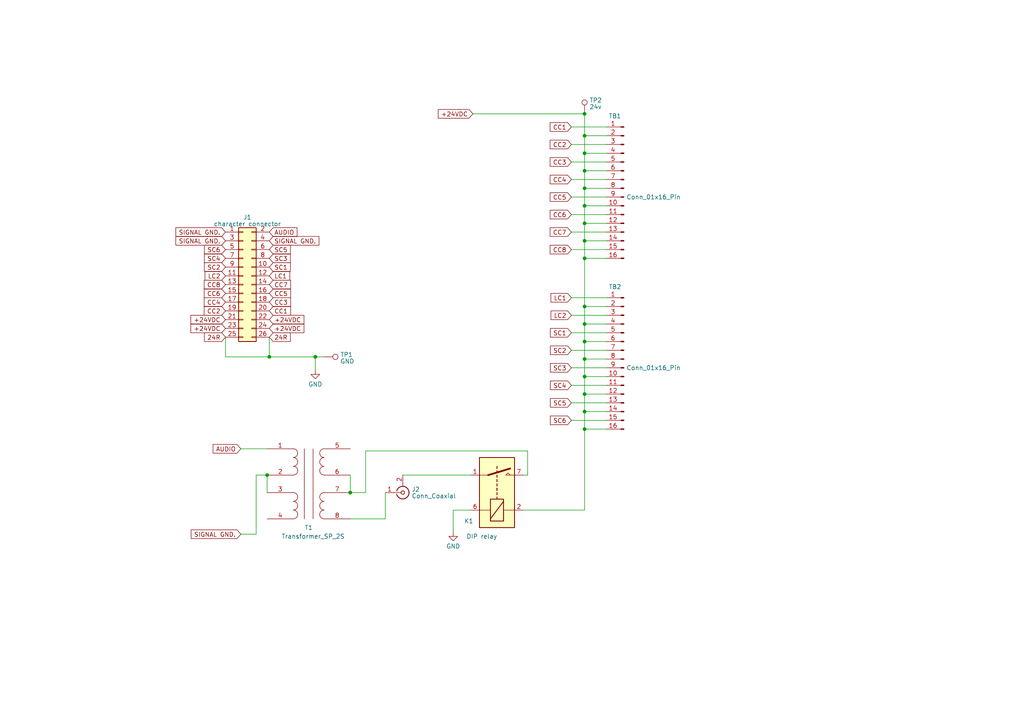
<source format=kicad_sch>
(kicad_sch (version 20230121) (generator eeschema)
  (paper "A4")
  (lib_symbols
    (symbol "Connector:Conn_01x16_Pin" (pin_names (offset 1.016) hide)
      (property "Reference" "J" (at 0 20.32 0))
      (property "Value" "Conn_01x16_Pin" (at 0 -22.86 0))
      (symbol "Conn_01x16_Pin_1_1"
        (polyline (pts (xy 1.27 -20.32) (xy 0.8636 -20.32)) (stroke (width 0.1524)))
        (polyline (pts (xy 1.27 -17.78) (xy 0.8636 -17.78)) (stroke (width 0.1524)))
        (polyline (pts (xy 1.27 -15.24) (xy 0.8636 -15.24)) (stroke (width 0.1524)))
        (polyline (pts (xy 1.27 -12.7) (xy 0.8636 -12.7)) (stroke (width 0.1524)))
        (polyline (pts (xy 1.27 -10.16) (xy 0.8636 -10.16)) (stroke (width 0.1524)))
        (polyline (pts (xy 1.27 -7.62) (xy 0.8636 -7.62)) (stroke (width 0.1524)))
        (polyline (pts (xy 1.27 -5.08) (xy 0.8636 -5.08)) (stroke (width 0.1524)))
        (polyline (pts (xy 1.27 -2.54) (xy 0.8636 -2.54)) (stroke (width 0.1524)))
        (polyline (pts (xy 1.27 0) (xy 0.8636 0)) (stroke (width 0.1524)))
        (polyline (pts (xy 1.27 2.54) (xy 0.8636 2.54)) (stroke (width 0.1524)))
        (polyline (pts (xy 1.27 5.08) (xy 0.8636 5.08)) (stroke (width 0.1524)))
        (polyline (pts (xy 1.27 7.62) (xy 0.8636 7.62)) (stroke (width 0.1524)))
        (polyline (pts (xy 1.27 10.16) (xy 0.8636 10.16)) (stroke (width 0.1524)))
        (polyline (pts (xy 1.27 12.7) (xy 0.8636 12.7)) (stroke (width 0.1524)))
        (polyline (pts (xy 1.27 15.24) (xy 0.8636 15.24)) (stroke (width 0.1524)))
        (polyline (pts (xy 1.27 17.78) (xy 0.8636 17.78)) (stroke (width 0.1524)))
        (rectangle (start 0.8636 -20.193) (end 0 -20.447) (stroke (width 0.1524)) (fill (type outline)))
        (rectangle (start 0.8636 -17.653) (end 0 -17.907) (stroke (width 0.1524)) (fill (type outline)))
        (rectangle (start 0.8636 -15.113) (end 0 -15.367) (stroke (width 0.1524)) (fill (type outline)))
        (rectangle (start 0.8636 -12.573) (end 0 -12.827) (stroke (width 0.1524)) (fill (type outline)))
        (rectangle (start 0.8636 -10.033) (end 0 -10.287) (stroke (width 0.1524)) (fill (type outline)))
        (rectangle (start 0.8636 -7.493) (end 0 -7.747) (stroke (width 0.1524)) (fill (type outline)))
        (rectangle (start 0.8636 -4.953) (end 0 -5.207) (stroke (width 0.1524)) (fill (type outline)))
        (rectangle (start 0.8636 -2.413) (end 0 -2.667) (stroke (width 0.1524)) (fill (type outline)))
        (rectangle (start 0.8636 0.127) (end 0 -0.127) (stroke (width 0.1524)) (fill (type outline)))
        (rectangle (start 0.8636 2.667) (end 0 2.413) (stroke (width 0.1524)) (fill (type outline)))
        (rectangle (start 0.8636 5.207) (end 0 4.953) (stroke (width 0.1524)) (fill (type outline)))
        (rectangle (start 0.8636 7.747) (end 0 7.493) (stroke (width 0.1524)) (fill (type outline)))
        (rectangle (start 0.8636 10.287) (end 0 10.033) (stroke (width 0.1524)) (fill (type outline)))
        (rectangle (start 0.8636 12.827) (end 0 12.573) (stroke (width 0.1524)) (fill (type outline)))
        (rectangle (start 0.8636 15.367) (end 0 15.113) (stroke (width 0.1524)) (fill (type outline)))
        (rectangle (start 0.8636 17.907) (end 0 17.653) (stroke (width 0.1524)) (fill (type outline)))
        (pin passive line (at 5.08 17.78 180) (length 3.81) (name "Pin_1") (number "1"))
        (pin passive line (at 5.08 -5.08 180) (length 3.81) (name "Pin_10") (number "10"))
        (pin passive line (at 5.08 -7.62 180) (length 3.81) (name "Pin_11") (number "11"))
        (pin passive line (at 5.08 -10.16 180) (length 3.81) (name "Pin_12") (number "12"))
        (pin passive line (at 5.08 -12.7 180) (length 3.81) (name "Pin_13") (number "13"))
        (pin passive line (at 5.08 -15.24 180) (length 3.81) (name "Pin_14") (number "14"))
        (pin passive line (at 5.08 -17.78 180) (length 3.81) (name "Pin_15") (number "15"))
        (pin passive line (at 5.08 -20.32 180) (length 3.81) (name "Pin_16") (number "16"))
        (pin passive line (at 5.08 15.24 180) (length 3.81) (name "Pin_2") (number "2"))
        (pin passive line (at 5.08 12.7 180) (length 3.81) (name "Pin_3") (number "3"))
        (pin passive line (at 5.08 10.16 180) (length 3.81) (name "Pin_4") (number "4"))
        (pin passive line (at 5.08 7.62 180) (length 3.81) (name "Pin_5") (number "5"))
        (pin passive line (at 5.08 5.08 180) (length 3.81) (name "Pin_6") (number "6"))
        (pin passive line (at 5.08 2.54 180) (length 3.81) (name "Pin_7") (number "7"))
        (pin passive line (at 5.08 0 180) (length 3.81) (name "Pin_8") (number "8"))
        (pin passive line (at 5.08 -2.54 180) (length 3.81) (name "Pin_9") (number "9"))
      )
    )
    (symbol "Connector:Conn_Coaxial" (pin_names (offset 1.016) hide)
      (property "Reference" "J" (at 0.254 3.048 0))
      (property "Value" "Conn_Coaxial" (at 2.921 0 90))
      (symbol "Conn_Coaxial_0_1"
        (arc (start -1.778 -0.508) (mid 0.2311 -1.8066) (end 1.778 0) (stroke (width 0.254)))
        (polyline (pts (xy -2.54 0) (xy -0.508 0)))
        (polyline (pts (xy 0 -2.54) (xy 0 -1.778)))
        (circle (center 0 0) (radius 0.508) (stroke (width 0.2032)))
        (arc (start 1.778 0) (mid 0.2099 1.8101) (end -1.778 0.508) (stroke (width 0.254)))
      )
      (symbol "Conn_Coaxial_1_1"
        (pin passive line (at -5.08 0 0) (length 2.54) (name "In") (number "1"))
        (pin passive line (at 0 -5.08 90) (length 2.54) (name "Ext") (number "2"))
      )
    )
    (symbol "Connector:TestPoint" (pin_numbers hide) (pin_names (offset 0.762) hide)
      (property "Reference" "TP" (at 0 6.858 0))
      (property "Value" "TestPoint" (at 0 5.08 0))
      (symbol "TestPoint_0_1"
        (circle (center 0 3.302) (radius 0.762))
      )
      (symbol "TestPoint_1_1"
        (pin passive line (at 0 0 90) (length 2.54) (name "1") (number "1"))
      )
    )
    (symbol "Connector_Generic:Conn_02x13_Odd_Even" (pin_names (offset 1.016) hide)
      (property "Reference" "J" (at 1.27 17.78 0))
      (property "Value" "Conn_02x13_Odd_Even" (at 1.27 -17.78 0))
      (symbol "Conn_02x13_Odd_Even_1_1"
        (rectangle (start -1.27 -15.113) (end 0 -15.367) (stroke (width 0.1524)))
        (rectangle (start -1.27 -12.573) (end 0 -12.827) (stroke (width 0.1524)))
        (rectangle (start -1.27 -10.033) (end 0 -10.287) (stroke (width 0.1524)))
        (rectangle (start -1.27 -7.493) (end 0 -7.747) (stroke (width 0.1524)))
        (rectangle (start -1.27 -4.953) (end 0 -5.207) (stroke (width 0.1524)))
        (rectangle (start -1.27 -2.413) (end 0 -2.667) (stroke (width 0.1524)))
        (rectangle (start -1.27 0.127) (end 0 -0.127) (stroke (width 0.1524)))
        (rectangle (start -1.27 2.667) (end 0 2.413) (stroke (width 0.1524)))
        (rectangle (start -1.27 5.207) (end 0 4.953) (stroke (width 0.1524)))
        (rectangle (start -1.27 7.747) (end 0 7.493) (stroke (width 0.1524)))
        (rectangle (start -1.27 10.287) (end 0 10.033) (stroke (width 0.1524)))
        (rectangle (start -1.27 12.827) (end 0 12.573) (stroke (width 0.1524)))
        (rectangle (start -1.27 15.367) (end 0 15.113) (stroke (width 0.1524)))
        (rectangle (start -1.27 16.51) (end 3.81 -16.51) (stroke (width 0.254)) (fill (type background)))
        (rectangle (start 3.81 -15.113) (end 2.54 -15.367) (stroke (width 0.1524)))
        (rectangle (start 3.81 -12.573) (end 2.54 -12.827) (stroke (width 0.1524)))
        (rectangle (start 3.81 -10.033) (end 2.54 -10.287) (stroke (width 0.1524)))
        (rectangle (start 3.81 -7.493) (end 2.54 -7.747) (stroke (width 0.1524)))
        (rectangle (start 3.81 -4.953) (end 2.54 -5.207) (stroke (width 0.1524)))
        (rectangle (start 3.81 -2.413) (end 2.54 -2.667) (stroke (width 0.1524)))
        (rectangle (start 3.81 0.127) (end 2.54 -0.127) (stroke (width 0.1524)))
        (rectangle (start 3.81 2.667) (end 2.54 2.413) (stroke (width 0.1524)))
        (rectangle (start 3.81 5.207) (end 2.54 4.953) (stroke (width 0.1524)))
        (rectangle (start 3.81 7.747) (end 2.54 7.493) (stroke (width 0.1524)))
        (rectangle (start 3.81 10.287) (end 2.54 10.033) (stroke (width 0.1524)))
        (rectangle (start 3.81 12.827) (end 2.54 12.573) (stroke (width 0.1524)))
        (rectangle (start 3.81 15.367) (end 2.54 15.113) (stroke (width 0.1524)))
        (pin passive line (at -5.08 15.24 0) (length 3.81) (name "Pin_1") (number "1"))
        (pin passive line (at 7.62 5.08 180) (length 3.81) (name "Pin_10") (number "10"))
        (pin passive line (at -5.08 2.54 0) (length 3.81) (name "Pin_11") (number "11"))
        (pin passive line (at 7.62 2.54 180) (length 3.81) (name "Pin_12") (number "12"))
        (pin passive line (at -5.08 0 0) (length 3.81) (name "Pin_13") (number "13"))
        (pin passive line (at 7.62 0 180) (length 3.81) (name "Pin_14") (number "14"))
        (pin passive line (at -5.08 -2.54 0) (length 3.81) (name "Pin_15") (number "15"))
        (pin passive line (at 7.62 -2.54 180) (length 3.81) (name "Pin_16") (number "16"))
        (pin passive line (at -5.08 -5.08 0) (length 3.81) (name "Pin_17") (number "17"))
        (pin passive line (at 7.62 -5.08 180) (length 3.81) (name "Pin_18") (number "18"))
        (pin passive line (at -5.08 -7.62 0) (length 3.81) (name "Pin_19") (number "19"))
        (pin passive line (at 7.62 15.24 180) (length 3.81) (name "Pin_2") (number "2"))
        (pin passive line (at 7.62 -7.62 180) (length 3.81) (name "Pin_20") (number "20"))
        (pin passive line (at -5.08 -10.16 0) (length 3.81) (name "Pin_21") (number "21"))
        (pin passive line (at 7.62 -10.16 180) (length 3.81) (name "Pin_22") (number "22"))
        (pin passive line (at -5.08 -12.7 0) (length 3.81) (name "Pin_23") (number "23"))
        (pin passive line (at 7.62 -12.7 180) (length 3.81) (name "Pin_24") (number "24"))
        (pin passive line (at -5.08 -15.24 0) (length 3.81) (name "Pin_25") (number "25"))
        (pin passive line (at 7.62 -15.24 180) (length 3.81) (name "Pin_26") (number "26"))
        (pin passive line (at -5.08 12.7 0) (length 3.81) (name "Pin_3") (number "3"))
        (pin passive line (at 7.62 12.7 180) (length 3.81) (name "Pin_4") (number "4"))
        (pin passive line (at -5.08 10.16 0) (length 3.81) (name "Pin_5") (number "5"))
        (pin passive line (at 7.62 10.16 180) (length 3.81) (name "Pin_6") (number "6"))
        (pin passive line (at -5.08 7.62 0) (length 3.81) (name "Pin_7") (number "7"))
        (pin passive line (at 7.62 7.62 180) (length 3.81) (name "Pin_8") (number "8"))
        (pin passive line (at -5.08 5.08 0) (length 3.81) (name "Pin_9") (number "9"))
      )
    )
    (symbol "Device:Transformer_SP_2S" (pin_names (offset 1.016) hide)
      (property "Reference" "T1" (at 0 -12.7 0))
      (property "Value" "Transformer_SP_2S" (at 0 15.875 0))
      (symbol "Transformer_SP_2S_0_1"
        (arc (start -4.445 -10.1346) (mid -3.5649 -9.7701) (end -3.2004 -8.89))
        (arc (start -4.445 -7.5946) (mid -3.5649 -7.2301) (end -3.2004 -6.35))
        (arc (start -4.445 -5.0546) (mid -3.5649 -4.6901) (end -3.2004 -3.81))
        (arc (start -4.445 2.5654) (mid -3.5649 2.9299) (end -3.2004 3.81))
        (arc (start -4.445 5.1054) (mid -3.5649 5.4699) (end -3.2004 6.35))
        (arc (start -4.445 7.6454) (mid -3.5649 8.0099) (end -3.2004 8.89))
        (arc (start -3.2004 -8.89) (mid -3.5507 -7.9883) (end -4.445 -7.62))
        (arc (start -3.2004 -6.35) (mid -3.5507 -5.4483) (end -4.445 -5.08))
        (arc (start -3.2004 -3.81) (mid -3.5507 -2.9083) (end -4.445 -2.54))
        (arc (start -3.2004 3.81) (mid -3.5507 4.7117) (end -4.445 5.08))
        (arc (start -3.2004 6.35) (mid -3.5507 7.2517) (end -4.445 7.62))
        (arc (start -3.2004 8.89) (mid -3.5507 9.7917) (end -4.445 10.16))
        (polyline (pts (xy -1.27 -10.16) (xy -1.27 10.16)))
        (polyline (pts (xy 1.27 10.16) (xy 1.27 -10.16)))
        (arc (start 3.2004 -8.89) (mid 3.5649 -9.7701) (end 4.445 -10.1346))
        (arc (start 3.2004 -6.35) (mid 3.5649 -7.2301) (end 4.445 -7.5946))
        (arc (start 3.2004 -3.81) (mid 3.5649 -4.6901) (end 4.445 -5.0546))
        (arc (start 3.2004 3.81) (mid 3.5649 2.9299) (end 4.445 2.5654))
        (arc (start 3.2004 6.35) (mid 3.5649 5.4699) (end 4.445 5.1054))
        (arc (start 3.2004 8.89) (mid 3.5649 8.0099) (end 4.445 7.6454))
        (arc (start 4.445 -7.62) (mid 3.5508 -7.9885) (end 3.2004 -8.89))
        (arc (start 4.445 -5.08) (mid 3.5508 -5.4485) (end 3.2004 -6.35))
        (arc (start 4.445 -2.54) (mid 3.5508 -2.9085) (end 3.2004 -3.81))
        (arc (start 4.445 5.08) (mid 3.5508 4.7115) (end 3.2004 3.81))
        (arc (start 4.445 7.62) (mid 3.5508 7.2515) (end 3.2004 6.35))
        (arc (start 4.445 10.16) (mid 3.5508 9.7915) (end 3.2004 8.89))
      )
      (symbol "Transformer_SP_2S_1_1"
        (pin passive line (at -12.065 10.16 0) (length 7.62) (name "~") (number "1"))
        (pin passive line (at -12.065 2.54 0) (length 7.62) (name "~") (number "2"))
        (pin passive line (at -12.065 -2.54 0) (length 7.62) (name "~") (number "3"))
        (pin passive line (at -12.065 -10.16 0) (length 7.62) (name "~") (number "4"))
        (pin passive line (at 12.065 10.16 180) (length 7.62) (name "~") (number "5"))
        (pin passive line (at 12.065 2.54 180) (length 7.62) (name "~") (number "6"))
        (pin passive line (at 12.065 -2.54 180) (length 7.62) (name "~") (number "7"))
        (pin passive line (at 12.065 -10.16 180) (length 7.62) (name "~") (number "8"))
      )
    )
    (symbol "Relay:ADW11"
      (property "Reference" "K1" (at 0.0087 9.652 90))
      (property "Value" "DIP relay" (at -1.9123 9.652 90))
      (symbol "ADW11_1_1"
        (rectangle (start -5.715 8.89) (end 4.445 -11.43) (stroke (width 0.254)) (fill (type background)))
        (rectangle (start -2.54 -3.175) (end 1.27 -9.525) (stroke (width 0.254)))
        (polyline (pts (xy -5.715 -6.35) (xy -2.54 -6.35)))
        (polyline (pts (xy -3.175 3.81) (xy -5.715 3.81)))
        (polyline (pts (xy -3.175 3.81) (xy 3.175 5.715)) (stroke (width 0.508)))
        (polyline (pts (xy -2.54 -8.89) (xy 1.27 -3.81)) (stroke (width 0.254)))
        (polyline (pts (xy -0.635 -3.175) (xy -0.635 -2.54)) (stroke (width 0.254)))
        (polyline (pts (xy -0.635 -1.905) (xy -0.635 -1.27)) (stroke (width 0.254)))
        (polyline (pts (xy -0.635 -0.635) (xy -0.635 0)) (stroke (width 0.254)))
        (polyline (pts (xy -0.635 -0.635) (xy -0.635 0)) (stroke (width 0.254)))
        (polyline (pts (xy -0.635 0.635) (xy -0.635 1.27)) (stroke (width 0.254)))
        (polyline (pts (xy -0.635 1.905) (xy -0.635 2.54)) (stroke (width 0.254)))
        (polyline (pts (xy -0.635 3.175) (xy -0.635 3.81)) (stroke (width 0.254)))
        (polyline (pts (xy -0.635 4.445) (xy -0.635 5.08)) (stroke (width 0.254)))
        (polyline (pts (xy -0.635 5.715) (xy -0.635 6.35)) (stroke (width 0.254)))
        (polyline (pts (xy 3.175 3.81) (xy 4.445 3.81)))
        (polyline (pts (xy 4.445 -6.35) (xy 1.27 -6.35)))
        (polyline (pts (xy 3.175 3.81) (xy 1.905 3.81) (xy 2.54 4.445) (xy 3.175 3.81)))
        (pin passive line (at -8.255 3.81 0) (length 2.54) (name "~") (number "1"))
        (pin passive line (at 6.985 -6.35 180) (length 2.54) (name "~") (number "2"))
        (pin passive line (at -8.255 -6.35 0) (length 2.54) (name "~") (number "6"))
        (pin passive line (at 6.985 3.81 180) (length 2.54) (name "~") (number "7"))
      )
    )
    (symbol "power:GND" (power) (pin_names (offset 0))
      (property "Value" "GND" (at 0 -3.81 0))
      (symbol "GND_0_1"
        (polyline (pts (xy 0 0) (xy 0 -1.27) (xy 1.27 -1.27) (xy 0 -2.54) (xy -1.27 -1.27) (xy 0 -1.27)))
      )
      (symbol "GND_1_1"
        (pin power_in line (at 0 0 270) (length 0) hide (name "GND") (number "1"))
      )
    )
  )
  (junction (at 169.545 109.22))
  (junction (at 169.545 54.61))
  (junction (at 169.545 33.02))
  (junction (at 169.545 124.46))
  (junction (at 169.545 59.69))
  (junction (at 77.47 137.795))
  (junction (at 169.545 44.45))
  (junction (at 169.545 39.37))
  (junction (at 169.545 119.38))
  (junction (at 169.545 69.85))
  (junction (at 169.545 88.9))
  (junction (at 78.105 103.505))
  (junction (at 169.545 114.3))
  (junction (at 169.545 64.77))
  (junction (at 169.545 99.06))
  (junction (at 91.44 103.505))
  (junction (at 169.545 104.14))
  (junction (at 169.545 74.93))
  (junction (at 169.545 49.53))
  (junction (at 169.545 93.98))
  (junction (at 101.6 142.875))
  (wire (pts (xy 169.545 124.46) (xy 169.545 147.955)))
  (wire (pts (xy 169.545 88.9) (xy 175.895 88.9)))
  (wire (pts (xy 169.545 74.93) (xy 169.545 88.9)))
  (wire (pts (xy 169.545 147.955) (xy 151.765 147.955)))
  (wire (pts (xy 169.545 49.53) (xy 169.545 54.61)))
  (wire (pts (xy 77.47 137.795) (xy 77.47 142.875)))
  (wire (pts (xy 169.545 59.69) (xy 169.545 64.77)))
  (wire (pts (xy 101.6 142.875) (xy 106.045 142.875)))
  (wire (pts (xy 169.545 44.45) (xy 175.895 44.45)))
  (wire (pts (xy 169.545 119.38) (xy 175.895 119.38)))
  (wire (pts (xy 69.85 154.94) (xy 74.295 154.94)))
  (wire (pts (xy 101.6 137.795) (xy 101.6 142.875)))
  (wire (pts (xy 169.545 64.77) (xy 175.895 64.77)))
  (wire (pts (xy 165.735 91.44) (xy 175.895 91.44)))
  (wire (pts (xy 175.895 104.14) (xy 169.545 104.14)))
  (wire (pts (xy 169.545 74.93) (xy 175.895 74.93)))
  (wire (pts (xy 106.045 142.875) (xy 106.045 130.81)))
  (wire (pts (xy 131.445 147.955) (xy 131.445 154.305)))
  (wire (pts (xy 165.735 106.68) (xy 175.895 106.68)))
  (wire (pts (xy 169.545 69.85) (xy 169.545 74.93)))
  (wire (pts (xy 175.895 114.3) (xy 169.545 114.3)))
  (wire (pts (xy 65.405 103.505) (xy 65.405 97.79)))
  (wire (pts (xy 165.735 67.31) (xy 175.895 67.31)))
  (wire (pts (xy 165.735 96.52) (xy 175.895 96.52)))
  (wire (pts (xy 169.545 69.85) (xy 175.895 69.85)))
  (wire (pts (xy 169.545 124.46) (xy 175.895 124.46)))
  (wire (pts (xy 169.545 99.06) (xy 175.895 99.06)))
  (wire (pts (xy 169.545 119.38) (xy 169.545 124.46)))
  (wire (pts (xy 169.545 54.61) (xy 175.895 54.61)))
  (wire (pts (xy 77.47 137.795) (xy 74.295 137.795)))
  (wire (pts (xy 153.035 137.795) (xy 153.035 130.81)))
  (wire (pts (xy 165.735 57.15) (xy 175.895 57.15)))
  (wire (pts (xy 165.735 111.76) (xy 175.895 111.76)))
  (wire (pts (xy 169.545 44.45) (xy 169.545 49.53)))
  (wire (pts (xy 78.105 103.505) (xy 91.44 103.505)))
  (wire (pts (xy 169.545 88.9) (xy 169.545 93.98)))
  (wire (pts (xy 169.545 39.37) (xy 175.895 39.37)))
  (wire (pts (xy 151.765 137.795) (xy 153.035 137.795)))
  (wire (pts (xy 165.735 116.84) (xy 175.895 116.84)))
  (wire (pts (xy 74.295 137.795) (xy 74.295 154.94)))
  (wire (pts (xy 111.76 150.495) (xy 101.6 150.495)))
  (wire (pts (xy 165.735 36.83) (xy 175.895 36.83)))
  (wire (pts (xy 78.105 103.505) (xy 65.405 103.505)))
  (wire (pts (xy 165.735 41.91) (xy 175.895 41.91)))
  (wire (pts (xy 169.545 104.14) (xy 169.545 109.22)))
  (wire (pts (xy 169.545 39.37) (xy 169.545 44.45)))
  (wire (pts (xy 91.44 107.315) (xy 91.44 103.505)))
  (wire (pts (xy 165.735 86.36) (xy 175.895 86.36)))
  (wire (pts (xy 165.735 121.92) (xy 175.895 121.92)))
  (wire (pts (xy 169.545 109.22) (xy 169.545 114.3)))
  (wire (pts (xy 106.045 130.81) (xy 153.035 130.81)))
  (wire (pts (xy 165.735 52.07) (xy 175.895 52.07)))
  (wire (pts (xy 136.525 147.955) (xy 131.445 147.955)))
  (wire (pts (xy 169.545 49.53) (xy 175.895 49.53)))
  (wire (pts (xy 111.76 142.875) (xy 111.76 150.495)))
  (wire (pts (xy 169.545 109.22) (xy 175.895 109.22)))
  (wire (pts (xy 169.545 59.69) (xy 175.895 59.69)))
  (wire (pts (xy 165.735 62.23) (xy 175.895 62.23)))
  (wire (pts (xy 169.545 93.98) (xy 169.545 99.06)))
  (wire (pts (xy 165.735 101.6) (xy 175.895 101.6)))
  (wire (pts (xy 169.545 64.77) (xy 169.545 69.85)))
  (wire (pts (xy 169.545 33.02) (xy 169.545 39.37)))
  (wire (pts (xy 165.735 72.39) (xy 175.895 72.39)))
  (wire (pts (xy 91.44 103.505) (xy 93.98 103.505)))
  (wire (pts (xy 137.16 33.02) (xy 169.545 33.02)))
  (wire (pts (xy 169.545 114.3) (xy 169.545 119.38)))
  (wire (pts (xy 78.105 103.505) (xy 78.105 97.79)))
  (wire (pts (xy 165.735 46.99) (xy 175.895 46.99)))
  (wire (pts (xy 169.545 99.06) (xy 169.545 104.14)))
  (wire (pts (xy 69.85 130.175) (xy 77.47 130.175)))
  (wire (pts (xy 169.545 54.61) (xy 169.545 59.69)))
  (wire (pts (xy 116.84 137.795) (xy 136.525 137.795)))
  (wire (pts (xy 169.545 93.98) (xy 175.895 93.98)))
  (global_label "24R" (shape input) (at 78.105 97.79 0) (property "Intersheetrefs" "${INTERSHEET_REFS}" (effects hide)))
  (global_label "SC1" (shape input) (at 165.735 96.52 180) (property "Intersheetrefs" "${INTERSHEET_REFS}" (effects hide)))
  (global_label "SC6" (shape input) (at 165.735 121.92 180) (property "Intersheetrefs" "${INTERSHEET_REFS}" (effects hide)))
  (global_label "CC5" (shape input) (at 165.735 57.15 180) (property "Intersheetrefs" "${INTERSHEET_REFS}" (effects hide)))
  (global_label "SC6" (shape input) (at 65.405 72.39 180) (property "Intersheetrefs" "${INTERSHEET_REFS}" (effects hide)))
  (global_label "SC4" (shape input) (at 65.405 74.93 180) (property "Intersheetrefs" "${INTERSHEET_REFS}" (effects hide)))
  (global_label "SC5" (shape input) (at 165.735 116.84 180) (property "Intersheetrefs" "${INTERSHEET_REFS}" (effects hide)))
  (global_label "LC2" (shape input) (at 65.405 80.01 180) (property "Intersheetrefs" "${INTERSHEET_REFS}" (effects hide)))
  (global_label "SIGNAL GND." (shape input) (at 78.105 69.85 0) (property "Intersheetrefs" "${INTERSHEET_REFS}" (effects hide)))
  (global_label "24R" (shape input) (at 65.405 97.79 180) (property "Intersheetrefs" "${INTERSHEET_REFS}" (effects hide)))
  (global_label "+24VDC" (shape input) (at 78.105 95.25 0) (property "Intersheetrefs" "${INTERSHEET_REFS}" (effects hide)))
  (global_label "LC1" (shape input) (at 165.735 86.36 180) (property "Intersheetrefs" "${INTERSHEET_REFS}" (effects hide)))
  (global_label "CC4" (shape input) (at 65.405 87.63 180) (property "Intersheetrefs" "${INTERSHEET_REFS}" (effects hide)))
  (global_label "+24VDC" (shape input) (at 65.405 95.25 180) (property "Intersheetrefs" "${INTERSHEET_REFS}" (effects hide)))
  (global_label "+24VDC" (shape input) (at 65.405 92.71 180) (property "Intersheetrefs" "${INTERSHEET_REFS}" (effects hide)))
  (global_label "CC6" (shape input) (at 65.405 85.09 180) (property "Intersheetrefs" "${INTERSHEET_REFS}" (effects hide)))
  (global_label "SC1" (shape input) (at 78.105 77.47 0) (property "Intersheetrefs" "${INTERSHEET_REFS}" (effects hide)))
  (global_label "SC4" (shape input) (at 165.735 111.76 180) (property "Intersheetrefs" "${INTERSHEET_REFS}" (effects hide)))
  (global_label "LC2" (shape input) (at 165.735 91.44 180) (property "Intersheetrefs" "${INTERSHEET_REFS}" (effects hide)))
  (global_label "+24VDC" (shape input) (at 78.105 92.71 0) (property "Intersheetrefs" "${INTERSHEET_REFS}" (effects hide)))
  (global_label "SIGNAL GND." (shape input) (at 65.405 69.85 180) (property "Intersheetrefs" "${INTERSHEET_REFS}" (effects hide)))
  (global_label "CC5" (shape input) (at 78.105 85.09 0) (property "Intersheetrefs" "${INTERSHEET_REFS}" (effects hide)))
  (global_label "AUDIO" (shape input) (at 78.105 67.31 0) (property "Intersheetrefs" "${INTERSHEET_REFS}" (effects hide)))
  (global_label "CC4" (shape input) (at 165.735 52.07 180) (property "Intersheetrefs" "${INTERSHEET_REFS}" (effects hide)))
  (global_label "CC7" (shape input) (at 78.105 82.55 0) (property "Intersheetrefs" "${INTERSHEET_REFS}" (effects hide)))
  (global_label "AUDIO" (shape input) (at 69.85 130.175 180) (property "Intersheetrefs" "${INTERSHEET_REFS}" (effects hide)))
  (global_label "SC3" (shape input) (at 165.735 106.68 180) (property "Intersheetrefs" "${INTERSHEET_REFS}" (effects hide)))
  (global_label "+24VDC" (shape input) (at 137.16 33.02 180) (property "Intersheetrefs" "${INTERSHEET_REFS}" (effects hide)))
  (global_label "CC1" (shape input) (at 78.105 90.17 0) (property "Intersheetrefs" "${INTERSHEET_REFS}" (effects hide)))
  (global_label "CC2" (shape input) (at 65.405 90.17 180) (property "Intersheetrefs" "${INTERSHEET_REFS}" (effects hide)))
  (global_label "SC2" (shape input) (at 65.405 77.47 180) (property "Intersheetrefs" "${INTERSHEET_REFS}" (effects hide)))
  (global_label "SIGNAL GND." (shape input) (at 69.85 154.94 180) (property "Intersheetrefs" "${INTERSHEET_REFS}" (effects hide)))
  (global_label "CC3" (shape input) (at 165.735 46.99 180) (property "Intersheetrefs" "${INTERSHEET_REFS}" (effects hide)))
  (global_label "CC6" (shape input) (at 165.735 62.23 180) (property "Intersheetrefs" "${INTERSHEET_REFS}" (effects hide)))
  (global_label "SC2" (shape input) (at 165.735 101.6 180) (property "Intersheetrefs" "${INTERSHEET_REFS}" (effects hide)))
  (global_label "CC2" (shape input) (at 165.735 41.91 180) (property "Intersheetrefs" "${INTERSHEET_REFS}" (effects hide)))
  (global_label "CC8" (shape input) (at 65.405 82.55 180) (property "Intersheetrefs" "${INTERSHEET_REFS}" (effects hide)))
  (global_label "CC7" (shape input) (at 165.735 67.31 180) (property "Intersheetrefs" "${INTERSHEET_REFS}" (effects hide)))
  (global_label "SIGNAL GND." (shape input) (at 65.405 67.31 180) (property "Intersheetrefs" "${INTERSHEET_REFS}" (effects hide)))
  (global_label "CC3" (shape input) (at 78.105 87.63 0) (property "Intersheetrefs" "${INTERSHEET_REFS}" (effects hide)))
  (global_label "SC3" (shape input) (at 78.105 74.93 0) (property "Intersheetrefs" "${INTERSHEET_REFS}" (effects hide)))
  (global_label "CC8" (shape input) (at 165.735 72.39 180) (property "Intersheetrefs" "${INTERSHEET_REFS}" (effects hide)))
  (global_label "LC1" (shape input) (at 78.105 80.01 0) (property "Intersheetrefs" "${INTERSHEET_REFS}" (effects hide)))
  (global_label "SC5" (shape input) (at 78.105 72.39 0) (property "Intersheetrefs" "${INTERSHEET_REFS}" (effects hide)))
  (global_label "CC1" (shape input) (at 165.735 36.83 180) (property "Intersheetrefs" "${INTERSHEET_REFS}" (effects hide)))
  (symbol (lib_id "Connector:TestPoint") (at 93.98 103.505 270) (unit 1)
    (property "Reference" "TP1" (at 98.679 102.8613 90) (effects (justify left)))
    (property "Value" "GND" (at 98.679 104.7823 90) (effects (justify left)))
    (property "Footprint" "TestPoint:TestPoint_Plated_Hole_D3.0mm" (effects hide))
  )
  (symbol (lib_id "power:GND") (at 91.44 107.315 0) (unit 1)
    (property "Reference" "#PWR01" (effects hide))
    (property "Value" "GND" (at 91.44 111.4505 0))
  )
  (symbol (lib_id "Connector:TestPoint") (at 169.545 33.02 0) (unit 1)
    (property "Reference" "TP2" (at 170.942 29.0743 0) (effects (justify left)))
    (property "Value" "24v" (at 170.942 30.9953 0) (effects (justify left)))
    (property "Footprint" "TestPoint:TestPoint_Plated_Hole_D3.0mm" (effects hide))
  )
  (symbol (lib_id "Connector_Generic:Conn_02x13_Odd_Even") (at 70.485 82.55 0) (unit 1)
    (property "Reference" "J1" (at 71.755 63.0301 0))
    (property "Value" "character connector" (at 71.755 64.9511 0))
    (property "Footprint" "Connector_PinHeader_2.54mm:PinHeader_2x13_P2.54mm_Horizontal" (effects hide))
  )
  (symbol (lib_id "Connector:Conn_Coaxial") (at 116.84 142.875 0) (mirror x) (unit 1)
    (property "Reference" "J2" (at 119.3801 141.9381 0) (effects (justify left)))
    (property "Value" "Conn_Coaxial" (at 119.3801 143.8591 0) (effects (justify left)))
    (property "Footprint" "Connector_Audio:Jack_6.35mm_Neutrik_NJ2FD-V_Vertical" (effects hide))
    (property "Datasheet" " ~" (effects hide))
  )
  (symbol (lib_id "power:GND") (at 131.445 154.305 0) (unit 1)
    (property "Reference" "#PWR02" (effects hide))
    (property "Value" "GND" (at 131.445 158.4405 0))
  )
  (symbol (lib_id "Connector:Conn_01x16_Pin") (at 180.975 104.14 0) (mirror y) (unit 1)
    (property "Reference" "TB2" (at 176.53 83.185 0) (effects (justify right)))
    (property "Value" "Conn_01x16_Pin" (at 181.6862 106.6873 0) (effects (justify right)))
    (property "Footprint" "TerminalBlock_Dinkle:TerminalBlock_Dinkle_DT-55-B01X-16_P10.00mm" (effects hide))
  )
  (symbol (lib_id "Relay:ADW11") (at 144.78 141.605 0) (unit 1)
    (property "Reference" "K1" (at 134.62 151.13 0) (effects (justify left)))
    (property "Value" "DIP relay" (at 135.255 155.575 0) (effects (justify left)))
    (property "Footprint" "Package_DIP:DIP-14_W7.62mm" (effects hide))
    (property "Datasheet" "https://www.panasonic-electric-works.com/pew/es/downloads/ds_dw_hl_en.pdf" (effects hide))
  )
  (symbol (lib_id "Device:Transformer_SP_2S") (at 89.535 140.335 0) (unit 1)
    (property "Reference" "T1" (at 89.535 153.035 0))
    (property "Value" "Transformer_SP_2S" (at 90.805 155.575 0))
    (property "Footprint" "Transformer_THT:Transformer_Coilcraft_Q4434-B_Rhombus-T1311" (effects hide))
  )
  (symbol (lib_id "Connector:Conn_01x16_Pin") (at 180.975 54.61 0) (mirror y) (unit 1)
    (property "Reference" "TB1" (at 176.53 33.655 0) (effects (justify right)))
    (property "Value" "Conn_01x16_Pin" (at 181.6862 57.1573 0) (effects (justify right)))
    (property "Footprint" "TerminalBlock_Dinkle:TerminalBlock_Dinkle_DT-55-B01X-16_P10.00mm" (effects hide))
  )
)
</source>
